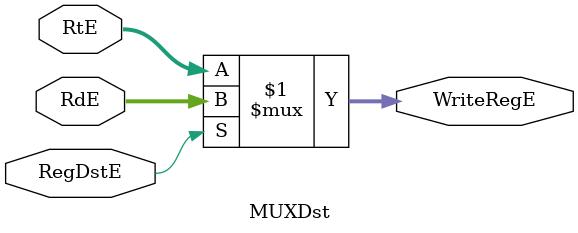
<source format=v>
`timescale 1ns / 1ps

module MUXDst
   (
    input [4:0]  RtE,
    input [4:0]  RdE,
    input 	       RegDstE,
    output [4:0] WriteRegE
    );

   assign WriteRegE=(RegDstE)?RdE:RtE;
   
endmodule // MUXDst

</source>
